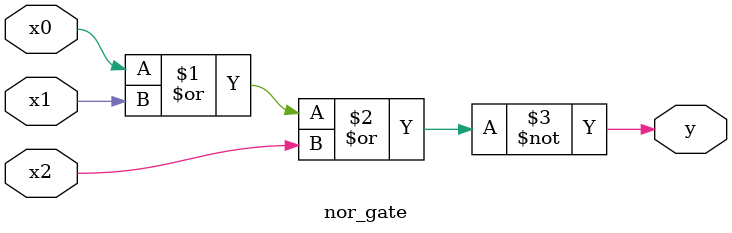
<source format=v>
module nor_gate(y, x0, x1, x2);
	output y;
	input x0, x1, x2;
		
	assign y = ~(x0 | x1 | x2);
endmodule
	
</source>
